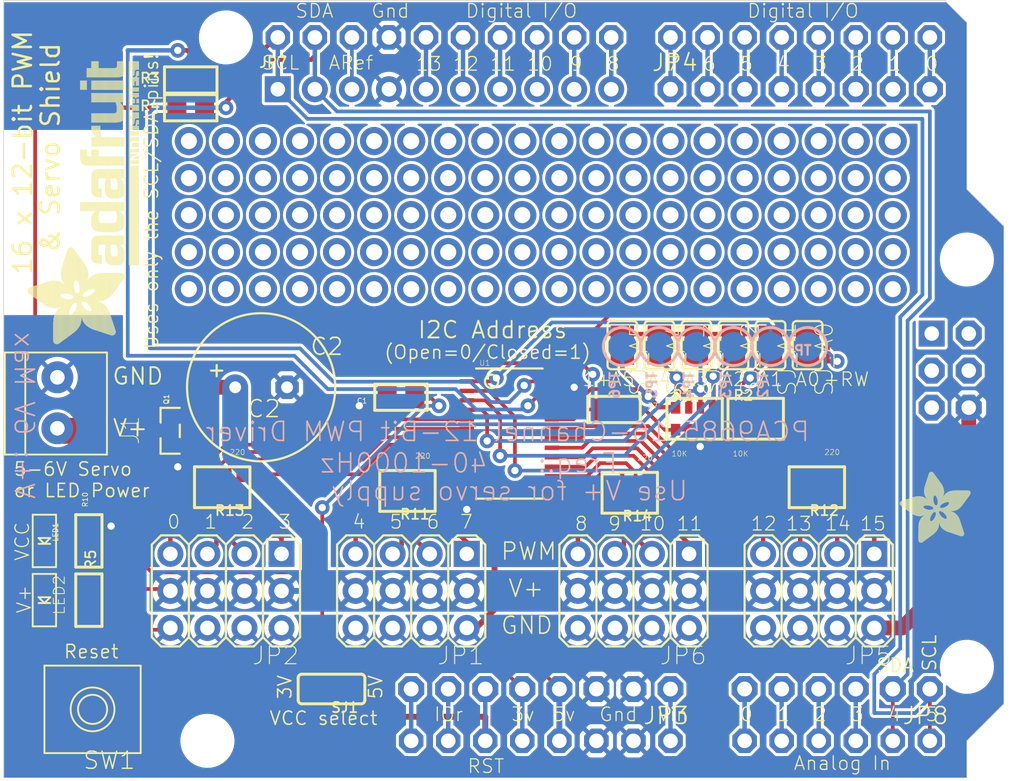
<source format=kicad_pcb>
(kicad_pcb (version 20221018) (generator pcbnew)
  (layers (0 "F.Cu" signal) (31 "B.Cu" signal) (34 "B.Paste" user) (35 "F.Paste" user) (36 "B.SilkS" user "B.Silkscreen") (37 "F.SilkS" user "F.Silkscreen") (38 "B.Mask" user) (39 "F.Mask" user) (44 "Edge.Cuts" user))
  (net 0 "")
  (net 1 "PWM0")
  (net 2 "PWM1")
  (net 3 "PWM2")
  (net 4 "PWM3")
  (net 5 "PWM4")
  (net 6 "PWM5")
  (net 7 "PWM6")
  (net 8 "PWM7")
  (net 9 "PWM8")
  (net 10 "PWM9")
  (net 11 "PWM10")
  (net 12 "PWM11")
  (net 13 "PWM12")
  (net 14 "PWM13")
  (net 15 "PWM14")
  (net 16 "PWM15")
  (net 17 "5.0V")
  (net 18 "GND")
  (net 19 "A0")
  (net 20 "A1")
  (net 21 "A2")
  (net 22 "A3")
  (net 23 "A4")
  (net 24 "A5")
  (net 25 "VCC")
  (net 26 "OE")
  (net 27 "SCL")
  (net 28 "SDA")
  (net 29 "PWRIN")
  (net 30 "N$1")
  (net 31 "N$2")
  (net 32 "N$3")
  (net 33 "N$4")
  (net 34 "N$5")
  (net 35 "N$6")
  (net 36 "N$7")
  (net 37 "N$8")
  (net 38 "N$9")
  (net 39 "N$10")
  (net 40 "N$11")
  (net 41 "N$12")
  (net 42 "N$13")
  (net 43 "N$14")
  (net 44 "N$15")
  (net 45 "N$16")
  (net 46 "N$17")
  (net 47 "N$18")
  (net 48 "N$22")
  (net 49 "N$24")
  (net 50 "N$25")
  (net 51 "N$26")
  (net 52 "N$27")
  (net 53 "N$28")
  (net 54 "N$29")
  (net 55 "N$30")
  (net 56 "N$31")
  (net 57 "N$32")
  (net 58 "N$33")
  (net 59 "N$36")
  (net 60 "N$38")
  (net 61 "N$39")
  (net 62 "N$40")
  (net 63 "N$41")
  (net 64 "N$42")
  (net 65 "N$43")
  (net 66 "N$46")
  (net 67 "N$47")
  (net 68 "N$48")
  (net 69 "N$49")
  (net 70 "N$19")
  (net 71 "N$44")
  (net 72 "N$34")
  (net 73 "N$35")
  (net 74 "N$20")
  (net 75 "N$37")
  (net 76 "N$45")
  (net 77 "N$50")
  (net 78 "N$51")
  (net 79 "N$52")
  (net 80 "N$53")
  (net 81 "N$54")
  (net 82 "N$55")
  (net 83 "N$56")
  (net 84 "N$57")
  (net 85 "N$58")
  (net 86 "N$59")
  (net 87 "N$60")
  (net 88 "N$61")
  (net 89 "N$62")
  (net 90 "N$63")
  (net 91 "N$64")
  (net 92 "N$65")
  (net 93 "N$66")
  (net 94 "N$67")
  (net 95 "N$68")
  (net 96 "N$69")
  (net 97 "N$70")
  (net 98 "N$71")
  (net 99 "N$72")
  (net 100 "N$73")
  (net 101 "N$74")
  (net 102 "N$75")
  (net 103 "N$76")
  (net 104 "N$77")
  (net 105 "N$78")
  (net 106 "N$79")
  (net 107 "N$80")
  (net 108 "N$81")
  (net 109 "N$82")
  (net 110 "N$83")
  (net 111 "N$84")
  (net 112 "N$85")
  (net 113 "N$86")
  (net 114 "N$87")
  (net 115 "N$88")
  (net 116 "N$89")
  (net 117 "N$90")
  (net 118 "N$91")
  (net 119 "N$92")
  (net 120 "N$93")
  (net 121 "N$94")
  (net 122 "N$95")
  (net 123 "N$96")
  (net 124 "N$97")
  (net 125 "N$98")
  (net 126 "N$99")
  (net 127 "N$100")
  (net 128 "N$101")
  (net 129 "N$102")
  (net 130 "N$103")
  (net 131 "N$104")
  (net 132 "N$105")
  (net 133 "N$106")
  (net 134 "N$107")
  (net 135 "N$108")
  (net 136 "N$109")
  (net 137 "N$110")
  (net 138 "N$111")
  (net 139 "N$112")
  (net 140 "N$113")
  (net 141 "N$114")
  (net 142 "N$115")
  (net 143 "N$116")
  (net 144 "N$117")
  (net 145 "N$118")
  (net 146 "N$119")
  (net 147 "N$120")
  (net 148 "N$121")
  (net 149 "N$122")
  (net 150 "N$123")
  (net 151 "N$124")
  (net 152 "N$125")
  (net 153 "N$126")
  (net 154 "N$127")
  (net 155 "N$128")
  (net 156 "N$129")
  (net 157 "N$130")
  (net 158 "N$131")
  (net 159 "N$132")
  (net 160 "N$133")
  (net 161 "N$134")
  (net 162 "N$135")
  (net 163 "N$136")
  (net 164 "N$137")
  (net 165 "N$138")
  (net 166 "N$164")
  (net 167 "N$165")
  (net 168 "N$166")
  (net 169 "N$167")
  (net 170 "N$168")
  (net 171 "N$139")
  (net 172 "N$23")
  (footprint "working:1X2-3.5MM" (layer "F.Cu") (at 117.8941 105.8926 -90)
    (fp_text reference "J1")
    (fp_text value "TERMBLOCK_1X2-3.5MM" hide)
  )
  (footprint "working:SOLDERJUMPER_REFLOW_NOPASTE" (layer "F.Cu") (at 159.1691 101.9876 -90)
    (fp_text reference "SJ_A4")
    (fp_text value "")
  )
  (footprint "working:SOLDERJUMPER_REFLOW_NOPASTE" (layer "F.Cu") (at 161.7091 101.9876 -90)
    (fp_text reference "SJ_A3")
    (fp_text value "")
  )
  (footprint "working:CHIPLED_0805" (layer "F.Cu") (at 117.0051 115.4176 180)
    (fp_text reference "LED1")
    (fp_text value "RED")
  )
  (footprint "working:1X06-CLEANBIG" (layer "F.Cu") (at 171.3611 125.5776 180)
    (fp_text reference "JP8")
    (fp_text value "")
  )
  (footprint "working:TSSOP28" (layer "F.Cu") (at 148.8821 108.0516 -90)
    (fp_text reference "U1")
    (fp_text value "PCA9685")
  )
  (footprint "working:0805" (layer "F.Cu") (at 156.0576 106.4006)
    (fp_text reference "R7")
    (fp_text value "10K")
  )
  (footprint "working:RESPACK_4X0603" (layer "F.Cu") (at 169.9641 111.7346 180)
    (fp_text reference "R12")
    (fp_text value "220")
  )
  (footprint "working:SOLDERJUMPER_REFLOW_NOPASTE" (layer "F.Cu") (at 156.6291 101.9876 -90)
    (fp_text reference "SJ_A5")
    (fp_text value "")
  )
  (footprint "working:1X08-CLEANBIG" (layer "F.Cu") (at 151.0411 125.5776 180)
    (fp_text reference "JP3")
    (fp_text value "")
  )
  (footprint "working:0805" (layer "F.Cu") (at 141.4526 105.5591 180)
    (fp_text reference "C1")
    (fp_text value "10uF")
  )
  (footprint "working:0805" (layer "F.Cu") (at 127.0381 83.7946 180)
    (fp_text reference "R3")
    (fp_text value "10K")
  )
  (footprint "working:RESPACK_4X0603" (layer "F.Cu") (at 157.1371 112.1156 180)
    (fp_text reference "R14")
    (fp_text value "220")
  )
  (footprint "working:SOLDERJUMPER_REFLOW_NOPASTE" (layer "F.Cu") (at 169.3291 101.9876 -90)
    (fp_text reference "SJ_A0")
    (fp_text value "")
  )
  (footprint "working:3X04" (layer "F.Cu") (at 170.0911 118.8466 180)
    (fp_text reference "JP5")
    (fp_text value "")
  )
  (footprint "working:SOLDERJUMPER_2WAY_OPEN_NOPASTE" (layer "F.Cu") (at 136.6901 125.5776 180)
    (fp_text reference "SJ1")
    (fp_text value "")
  )
  (footprint "working:FIDUCIAL_1MM" (layer "F.Cu") (at 179.7281 127.3876)
    (fp_text reference "FID1" hide)
    (fp_text value "FIDUCIAL\"\"" hide)
  )
  (footprint "working:3X04" (layer "F.Cu") (at 157.3911 118.8466 180)
    (fp_text reference "JP6")
    (fp_text value "")
  )
  (footprint "working:FIDUCIAL_1MM" (layer "F.Cu") (at 120.8141 79.7576)
    (fp_text reference "FID2" hide)
    (fp_text value "FIDUCIAL\"\"" hide)
  )
  (footprint "" (layer "F.Cu") (at 128.1811 129.1336)
    (fp_text reference "@HOLE3" hide)
    (fp_text value "")
  )
  (footprint "working:SOLDERJUMPER_REFLOW_NOPASTE" (layer "F.Cu") (at 166.7891 101.9876 -90)
    (fp_text reference "SJ_A1")
    (fp_text value "")
  )
  (footprint "" (layer "F.Cu") (at 129.4511 80.8736)
    (fp_text reference "@HOLE0" hide)
    (fp_text value "")
  )
  (footprint "working:3X04" (layer "F.Cu") (at 129.4511 118.8466 180)
    (fp_text reference "JP2")
    (fp_text value "")
  )
  (footprint "" (layer "F.Cu") (at 180.2511 96.1136)
    (fp_text reference "@HOLE1" hide)
    (fp_text value "")
  )
  (footprint "working:SOT23-WIDE" (layer "F.Cu") (at 125.6281 107.8626 90)
    (fp_text reference "Q1")
    (fp_text value "IRLML6401")
  )
  (footprint "working:0805" (layer "F.Cu") (at 120.0531 119.4816 90)
    (fp_text reference "R5")
    (fp_text value "470")
  )
  (footprint "working:0805" (layer "F.Cu") (at 127.0381 85.6996 180)
    (fp_text reference "R4")
    (fp_text value "10K")
  )
  (footprint "working:1X10_ROUND70" (layer "F.Cu") (at 144.4371 84.4296)
    (fp_text reference "JP7")
    (fp_text value "")
  )
  (footprint "working:ADAFRUIT_TEXT_20MM" (layer "F.Cu") (at 123.4821 102.0826 90)
    (fp_text reference "U$54" hide)
    (fp_text value "" hide)
  )
  (footprint "working:RESPACK_4X0603" (layer "F.Cu") (at 165.7731 107.0356)
    (fp_text reference "R2")
    (fp_text value "10K")
  )
  (footprint "working:EVQ-Q2" (layer "F.Cu") (at 120.3071 126.9746 180)
    (fp_text reference "SW1")
    (fp_text value "SPST_TACT-EVQQ2")
  )
  (footprint "working:SOLDERJUMPER_REFLOW_NOPASTE" (layer "F.Cu") (at 164.2491 101.9876 -90)
    (fp_text reference "SJ_A2")
    (fp_text value "")
  )
  (footprint "working:RESPACK_4X0603" (layer "F.Cu") (at 129.1971 111.7346 180)
    (fp_text reference "R13")
    (fp_text value "220")
  )
  (footprint "working:RESPACK_4X0603" (layer "F.Cu") (at 141.8971 111.9886 180)
    (fp_text reference "R11")
    (fp_text value "220")
  )
  (footprint "working:3X04" (layer "F.Cu") (at 142.1511 118.8466 180)
    (fp_text reference "JP1")
    (fp_text value "")
  )
  (footprint "working:ADAFRUIT_5MM" (layer "F.Cu") (at 180.5051 115.5446 90)
    (fp_text reference "U$51" hide)
    (fp_text value "" hide)
  )
  (footprint "working:E3,5-10" (layer "F.Cu") (at 131.8641 104.8766)
    (fp_text reference "C2")
    (fp_text value "1000uF+ 6.3V")
  )
  (footprint "working:0805" (layer "F.Cu") (at 120.0531 115.4176 90)
    (fp_text reference "R10")
    (fp_text value "470")
  )
  (footprint "working:RESPACK_4X0603" (layer "F.Cu") (at 161.5821 107.0356)
    (fp_text reference "R1")
    (fp_text value "10K")
  )
  (footprint "working:1X08-CLEANBIG" (layer "F.Cu") (at 168.8211 84.4296)
    (fp_text reference "JP4")
    (fp_text value "")
  )
  (footprint "working:FIDUCIAL_1MM" (layer "F.Cu") (at 128.1811 124.5616)
    (fp_text reference "FID3" hide)
    (fp_text value "FIDUCIAL\"\"" hide)
  )
  (footprint "working:ARDUINOR3_ICSP" (layer "F.Cu") (at 114.2111 131.6736)
    (fp_text reference "U$44" hide)
    (fp_text value "ARDUINO_R3_ICSP" hide)
    (fp_line (start 0 -53.34) (end 0 0) (stroke (width 0.05)) (layer "Edge.Cuts"))
    (fp_line (start 0 0) (end 66.04 0) (stroke (width 0.05)) (layer "Edge.Cuts"))
    (fp_line (start 64.516 -53.34) (end 0 -53.34) (stroke (width 0.05)) (layer "Edge.Cuts"))
    (fp_line (start 66.04 -51.816) (end 64.516 -53.34) (stroke (width 0.05)) (layer "Edge.Cuts"))
    (fp_line (start 66.04 -40.386) (end 66.04 -51.816) (stroke (width 0.05)) (layer "Edge.Cuts"))
    (fp_line (start 66.04 -2.54) (end 68.58 -5.08) (stroke (width 0.05)) (layer "Edge.Cuts"))
    (fp_line (start 66.04 0) (end 66.04 -2.54) (stroke (width 0.05)) (layer "Edge.Cuts"))
    (fp_line (start 68.58 -37.846) (end 66.04 -40.386) (stroke (width 0.05)) (layer "Edge.Cuts"))
    (fp_line (start 68.58 -5.08) (end 68.58 -37.846) (stroke (width 0.05)) (layer "Edge.Cuts"))
  )
  (footprint "" (layer "F.Cu") (at 180.2511 124.0536)
    (fp_text reference "@HOLE2" hide)
    (fp_text value "")
  )
  (footprint "working:CHIPLED_0805" (layer "F.Cu") (at 117.0051 119.4816 180)
    (fp_text reference "LED2")
    (fp_text value "GREEN")
  )
  (footprint "working:TESTPOINT_ROUND_2MM" (layer "B.Cu") (at 159.1691 102.0826 -90)
    (fp_text reference "TP5")
    (fp_text value "")
  )
  (footprint "working:TESTPOINT_ROUND_2MM" (layer "B.Cu") (at 164.2491 102.0826 -90)
    (fp_text reference "TP3")
    (fp_text value "")
  )
  (footprint "working:TESTPOINT_ROUND_2MM" (layer "B.Cu") (at 161.7091 102.0826 -90)
    (fp_text reference "TP4")
    (fp_text value "")
  )
  (footprint "working:TESTPOINT_ROUND_2MM" (layer "B.Cu") (at 166.7891 102.0826 -90)
    (fp_text reference "TP2")
    (fp_text value "")
  )
  (footprint "working:TESTPOINT_ROUND_2MM" (layer "B.Cu") (at 156.6291 102.0826 -90)
    (fp_text reference "TP6")
    (fp_text value "")
  )
  (footprint "working:TESTPOINT_ROUND_2MM" (layer "B.Cu") (at 169.3291 102.0826 180)
    (fp_text reference "TP1")
    (fp_text value "")
  )
  (gr_text "Freq.:" (at 156.3751 110.8456) (layer "B.SilkS") (effects (font (size 1.308608 1.308608) (thickness 0.113792)) (justify left bottom mirror)))
  (gr_text "40-1000Hz" (at 147.4851 110.8456) (layer "B.SilkS") (effects (font (size 1.308608 1.308608) (thickness 0.113792)) (justify left bottom mirror)))
  (gr_text "V+: 6V Max" (at 114.8461 112.6236 -90) (layer "B.SilkS") (effects (font (size 1.308608 1.308608) (thickness 0.113792)) (justify left bottom mirror)))
  (gr_text "PCA9685 16-Channel 12-Bit PWM Driver" (at 148.7551 107.9246) (layer "B.SilkS") (effects (font (size 1.308608 1.308608) (thickness 0.113792)) (justify mirror)))
  (gr_text "Use V+ for servo supply" (at 148.8821 111.9886) (layer "B.SilkS") (effects (font (size 1.308608 1.308608) (thickness 0.113792)) (justify mirror)))
  (gr_text "A0" (at 168.4401 104.8766) (layer "F.SilkS") (effects (font (size 0.93472 0.93472) (thickness 0.08128)) (justify left bottom)))
  (gr_text "Reset" (at 118.2751 123.5456) (layer "F.SilkS") (effects (font (size 0.9144 0.9144) (thickness 0.1016)) (justify left bottom)))
  (gr_text "A4" (at 158.2801 104.8766) (layer "F.SilkS") (effects (font (size 0.93472 0.93472) (thickness 0.08128)) (justify left bottom)))
  (gr_text "7" (at 145.4371 114.6556) (layer "F.SilkS") (effects (font (size 0.93472 0.93472) (thickness 0.08128)) (justify left bottom)))
  (gr_text "5V" (at 140.2461 126.3396 90) (layer "F.SilkS") (effects (font (size 0.9144 0.9144) (thickness 0.1016)) (justify left bottom)))
  (gr_text "13" (at 167.7891 114.7826) (layer "F.SilkS") (effects (font (size 0.93472 0.93472) (thickness 0.08128)) (justify left bottom)))
  (gr_text "VCC select" (at 132.3721 128.1176) (layer "F.SilkS") (effects (font (size 0.9144 0.9144) (thickness 0.1016)) (justify left bottom)))
  (gr_text "+RW" (at 170.3451 104.8766) (layer "F.SilkS") (effects (font (size 0.93472 0.93472) (thickness 0.08128)) (justify left bottom)))
  (gr_text "0" (at 125.3711 114.6556) (layer "F.SilkS") (effects (font (size 0.93472 0.93472) (thickness 0.08128)) (justify left bottom)))
  (gr_text "I2C Address" (at 142.5321 101.6066) (layer "F.SilkS") (effects (font (size 1.143 1.143) (thickness 0.127)) (justify left bottom)))
  (gr_text "A5" (at 155.7401 104.8766) (layer "F.SilkS") (effects (font (size 0.93472 0.93472) (thickness 0.08128)) (justify left bottom)))
  (gr_text "V+" (at 148.7391 119.3546) (layer "F.SilkS") (effects (font (size 1.1684 1.1684) (thickness 0.1016)) (justify left bottom)))
  (gr_text "C2" (at 130.8481 107.0356) (layer "F.SilkS") (effects (font (size 1.1684 1.1684) (thickness 0.1016)) (justify left bottom)))
  (gr_text "V+" (at 121.6171 108.3396) (layer "F.SilkS") (effects (font (size 1.143 1.143) (thickness 0.127)) (justify left bottom)))
  (gr_text "3" (at 132.9911 114.6556) (layer "F.SilkS") (effects (font (size 0.93472 0.93472) (thickness 0.08128)) (justify left bottom)))
  (gr_text "4" (at 138.0711 114.6556) (layer "F.SilkS") (effects (font (size 0.93472 0.93472) (thickness 0.08128)) (justify left bottom)))
  (gr_text "8" (at 153.3111 114.7826) (layer "F.SilkS") (effects (font (size 0.93472 0.93472) (thickness 0.08128)) (justify left bottom)))
  (gr_text "9" (at 155.5971 114.7826) (layer "F.SilkS") (effects (font (size 0.93472 0.93472) (thickness 0.08128)) (justify left bottom)))
  (gr_text "1+" (at 153.8351 104.8766) (layer "F.SilkS") (effects (font (size 0.93472 0.93472) (thickness 0.08128)) (justify left bottom)))
  (gr_text "V+" (at 115.0661 118.3786 90) (layer "F.SilkS") (effects (font (size 0.93472 0.93472) (thickness 0.08128)) (justify right top)))
  (gr_text "Uses only the SCL/SDA pins!" (at 124.8791 102.3366 90) (layer "F.SilkS") (effects (font (size 0.9144 0.9144) (thickness 0.1016)) (justify left bottom)))
  (gr_text "(Open=0/Closed=1)" (at 140.2461 103.0036) (layer "F.SilkS") (effects (font (size 0.9144 0.9144) (thickness 0.1016)) (justify left bottom)))
  (gr_text "10" (at 157.7561 114.7826) (layer "F.SilkS") (effects (font (size 0.93472 0.93472) (thickness 0.08128)) (justify left bottom)))
  (gr_text "14" (at 170.4561 114.7826) (layer "F.SilkS") (effects (font (size 0.93472 0.93472) (thickness 0.08128)) (justify left bottom)))
  (gr_text "SDA" (at 176.6951 123.4186) (layer "F.SilkS") (effects (font (size 0.9144 0.9144) (thickness 0.1016)) (justify right top)))
  (gr_text "11" (at 160.2961 114.7826) (layer "F.SilkS") (effects (font (size 0.93472 0.93472) (thickness 0.08128)) (justify left bottom)))
  (gr_text "5-6V Servo \nor LED Power" (at 114.8461 112.4966) (layer "F.SilkS") (effects (font (size 0.9144 0.9144) (thickness 0.1016)) (justify left bottom)))
  (gr_text "SCL" (at 178.2191 124.4346 90) (layer "F.SilkS") (effects (font (size 0.9144 0.9144) (thickness 0.1016)) (justify left bottom)))
  (gr_text "A2" (at 163.3601 104.8766) (layer "F.SilkS") (effects (font (size 0.93472 0.93472) (thickness 0.08128)) (justify left bottom)))
  (gr_text "GND" (at 121.5851 104.7836) (layer "F.SilkS") (effects (font (size 1.143 1.143) (thickness 0.127)) (justify left bottom)))
  (gr_text "6" (at 143.1511 114.6556) (layer "F.SilkS") (effects (font (size 0.93472 0.93472) (thickness 0.08128)) (justify left bottom)))
  (gr_text "A1" (at 165.9001 104.8766) (layer "F.SilkS") (effects (font (size 0.93472 0.93472) (thickness 0.08128)) (justify left bottom)))
  (gr_text "5" (at 140.6111 114.6556) (layer "F.SilkS") (effects (font (size 0.93472 0.93472) (thickness 0.08128)) (justify left bottom)))
  (gr_text "A3" (at 160.8201 104.8766) (layer "F.SilkS") (effects (font (size 0.93472 0.93472) (thickness 0.08128)) (justify left bottom)))
  (gr_text "16 x 12-bit PWM" (at 116.2431 97.2566 90) (layer "F.SilkS") (effects (font (size 1.251712 1.251712) (thickness 0.170688)) (justify left bottom)))
  (gr_text "1" (at 127.9111 114.6556) (layer "F.SilkS") (effects (font (size 0.93472 0.93472) (thickness 0.08128)) (justify left bottom)))
  (gr_text "GND" (at 148.2311 121.8946) (layer "F.SilkS") (effects (font (size 1.1684 1.1684) (thickness 0.1016)) (justify left bottom)))
  (gr_text "3V" (at 134.0231 126.3396 90) (layer "F.SilkS") (effects (font (size 0.9144 0.9144) (thickness 0.1016)) (justify left bottom)))
  (gr_text "12" (at 165.3761 114.7826) (layer "F.SilkS") (effects (font (size 0.93472 0.93472) (thickness 0.08128)) (justify left bottom)))
  (gr_text "VCC" (at 114.9391 114.0606 90) (layer "F.SilkS") (effects (font (size 0.93472 0.93472) (thickness 0.08128)) (justify right top)))
  (gr_text "2" (at 130.4511 114.6556) (layer "F.SilkS") (effects (font (size 0.93472 0.93472) (thickness 0.08128)) (justify left bottom)))
  (gr_text "15" (at 172.8691 114.7826) (layer "F.SilkS") (effects (font (size 0.93472 0.93472) (thickness 0.08128)) (justify left bottom)))
  (gr_text "PWM" (at 148.2311 116.8146) (layer "F.SilkS") (effects (font (size 1.1684 1.1684) (thickness 0.1016)) (justify left bottom)))
  (gr_text "& Servo Shield" (at 118.1481 95.7326 90) (layer "F.SilkS") (effects (font (size 1.251712 1.251712) (thickness 0.170688)) (justify left bottom)))
  (segment (start 127.9271 110.3376) (end 127.9271 110.9546) (width 0.254) (layer "F.Cu") (net 1))
  (segment (start 138.3411 108.8136) (end 129.4511 108.8136) (width 0.254) (layer "F.Cu") (net 1))
  (segment (start 129.4511 108.8136) (end 127.9271 110.3376) (width 0.254) (layer "F.Cu") (net 1))
  (segment (start 145.9643 107.0766) (end 140.0781 107.0766) (width 0.254) (layer "F.Cu") (net 1))
  (segment (start 140.0781 107.0766) (end 138.3411 108.8136) (width 0.254) (layer "F.Cu") (net 1))
  (segment (start 127.9271 110.9546) (end 127.8971 110.9846) (width 0.254) (layer "F.Cu") (net 1))
  (segment (start 145.9643 107.7266) (end 140.1901 107.7266) (width 0.254) (layer "F.Cu") (net 2))
  (segment (start 128.9431 110.3376) (end 128.9431 110.8386) (width 0.254) (layer "F.Cu") (net 2))
  (segment (start 128.9431 110.8386) (end 128.7971 110.9846) (width 0.254) (layer "F.Cu") (net 2))
  (segment (start 129.9591 109.3216) (end 128.9431 110.3376) (width 0.254) (layer "F.Cu") (net 2))
  (segment (start 138.5951 109.3216) (end 129.9591 109.3216) (width 0.254) (layer "F.Cu") (net 2))
  (segment (start 140.1901 107.7266) (end 138.5951 109.3216) (width 0.254) (layer "F.Cu") (net 2))
  (segment (start 140.3731 108.3056) (end 138.8491 109.8296) (width 0.254) (layer "F.Cu") (net 3))
  (segment (start 145.0161 108.3766) (end 144.9451 108.3056) (width 0.254) (layer "F.Cu") (net 3))
  (segment (start 145.9643 108.3766) (end 145.0161 108.3766) (width 0.254) (layer "F.Cu") (net 3))
  (segment (start 138.8491 109.8296) (end 130.2131 109.8296) (width 0.254) (layer "F.Cu") (net 3))
  (segment (start 144.9451 108.3056) (end 140.3731 108.3056) (width 0.254) (layer "F.Cu") (net 3))
  (segment (start 130.2131 109.8296) (end 129.7051 110.3376) (width 0.254) (layer "F.Cu") (net 3))
  (segment (start 129.7051 110.8766) (end 129.5971 110.9846) (width 0.254) (layer "F.Cu") (net 3))
  (segment (start 129.7051 110.3376) (end 129.7051 110.8766) (width 0.254) (layer "F.Cu") (net 3))
  (segment (start 140.6271 108.8136) (end 138.5951 110.8456) (width 0.254) (layer "F.Cu") (net 4))
  (segment (start 138.5951 110.8456) (end 130.6361 110.8456) (width 0.254) (layer "F.Cu") (net 4))
  (segment (start 130.6361 110.8456) (end 130.4971 110.9846) (width 0.254) (layer "F.Cu") (net 4))
  (segment (start 144.6911 108.8136) (end 140.6271 108.8136) (width 0.254) (layer "F.Cu") (net 4))
  (segment (start 144.9041 109.0266) (end 144.6911 108.8136) (width 0.254) (layer "F.Cu") (net 4))
  (segment (start 145.9643 109.0266) (end 144.9041 109.0266) (width 0.254) (layer "F.Cu") (net 4))
  (segment (start 145.9643 109.6766) (end 144.7921 109.6766) (width 0.254) (layer "F.Cu") (net 5))
  (segment (start 140.6271 110.3376) (end 140.6271 111.2086) (width 0.254) (layer "F.Cu") (net 5))
  (segment (start 144.7921 109.6766) (end 144.4371 109.3216) (width 0.254) (layer "F.Cu") (net 5))
  (segment (start 140.6271 111.2086) (end 140.5971 111.2386) (width 0.254) (layer "F.Cu") (net 5))
  (segment (start 141.6431 109.3216) (end 140.6271 110.3376) (width 0.254) (layer "F.Cu") (net 5))
  (segment (start 144.4371 109.3216) (end 141.6431 109.3216) (width 0.254) (layer "F.Cu") (net 5))
  (segment (start 141.4971 111.2386) (end 141.4971 110.4836) (width 0.254) (layer "F.Cu") (net 6))
  (segment (start 142.1511 109.8296) (end 144.1831 109.8296) (width 0.254) (layer "F.Cu") (net 6))
  (segment (start 144.6911 110.3376) (end 145.9533 110.3376) (width 0.254) (layer "F.Cu") (net 6))
  (segment (start 145.9533 110.3376) (end 145.9643 110.3266) (width 0.254) (layer "F.Cu") (net 6))
  (segment (start 141.4971 110.4836) (end 142.1511 109.8296) (width 0.254) (layer "F.Cu") (net 6))
  (segment (start 144.1831 109.8296) (end 144.6911 110.3376) (width 0.254) (layer "F.Cu") (net 6))
  (segment (start 143.6751 110.3376) (end 144.3141 110.9766) (width 0.254) (layer "F.Cu") (net 7))
  (segment (start 142.2971 111.2386) (end 142.2971 110.6996) (width 0.254) (layer "F.Cu") (net 7))
  (segment (start 144.3141 110.9766) (end 145.9643 110.9766) (width 0.254) (layer "F.Cu") (net 7))
  (segment (start 142.2971 110.6996) (end 142.6591 110.3376) (width 0.254) (layer "F.Cu") (net 7))
  (segment (start 142.6591 110.3376) (end 143.6751 110.3376) (width 0.254) (layer "F.Cu") (net 7))
  (segment (start 143.1971 111.2386) (end 143.5851 111.6266) (width 0.254) (layer "F.Cu") (net 8))
  (segment (start 143.5851 111.6266) (end 145.9643 111.6266) (width 0.254) (layer "F.Cu") (net 8))
  (segment (start 151.7999 112.2766) (end 154.4361 112.2766) (width 0.254) (layer "F.Cu") (net 9))
  (segment (start 154.4361 112.2766) (end 155.3591 111.3536) (width 0.254) (layer "F.Cu") (net 9))
  (segment (start 155.3591 111.3536) (end 155.8251 111.3536) (width 0.254) (layer "F.Cu") (net 9))
  (segment (start 155.8251 111.3536) (end 155.8371 111.3656) (width 0.254) (layer "F.Cu") (net 9))
  (segment (start 156.6291 110.8456) (end 156.6291 111.2576) (width 0.254) (layer "F.Cu") (net 10))
  (segment (start 151.7999 111.6266) (end 154.3241 111.6266) (width 0.254) (layer "F.Cu") (net 10))
  (segment (start 156.6291 111.2576) (end 156.7371 111.3656) (width 0.254) (layer "F.Cu") (net 10))
  (segment (start 156.3751 110.5916) (end 156.6291 110.8456) (width 0.254) (layer "F.Cu") (net 10))
  (segment (start 154.3241 111.6266) (end 155.3591 110.5916) (width 0.254) (layer "F.Cu") (net 10))
  (segment (start 155.3591 110.5916) (end 156.3751 110.5916) (width 0.254) (layer "F.Cu") (net 10))
  (segment (start 151.7999 110.9766) (end 154.2121 110.9766) (width 0.254) (layer "F.Cu") (net 11))
  (segment (start 154.2121 110.9766) (end 155.1051 110.0836) (width 0.254) (layer "F.Cu") (net 11))
  (segment (start 155.1051 110.0836) (end 156.8831 110.0836) (width 0.254) (layer "F.Cu") (net 11))
  (segment (start 156.8831 110.0836) (end 157.5371 110.7376) (width 0.254) (layer "F.Cu") (net 11))
  (segment (start 157.5371 110.7376) (end 157.5371 111.3656) (width 0.254) (layer "F.Cu") (net 11))
  (segment (start 157.3911 109.5756) (end 158.4071 110.5916) (width 0.254) (layer "F.Cu") (net 12))
  (segment (start 151.7999 110.3266) (end 154.1001 110.3266) (width 0.254) (layer "F.Cu") (net 12))
  (segment (start 154.8511 109.5756) (end 157.3911 109.5756) (width 0.254) (layer "F.Cu") (net 12))
  (segment (start 158.4071 111.3356) (end 158.4371 111.3656) (width 0.254) (layer "F.Cu") (net 12))
  (segment (start 154.1001 110.3266) (end 154.8511 109.5756) (width 0.254) (layer "F.Cu") (net 12))
  (segment (start 158.4071 110.5916) (end 158.4071 111.3356) (width 0.254) (layer "F.Cu") (net 12))
  (segment (start 151.7999 109.6766) (end 153.9881 109.6766) (width 0.254) (layer "F.Cu") (net 13))
  (segment (start 159.9311 111.3536) (end 168.2951 111.3536) (width 0.254) (layer "F.Cu") (net 13))
  (segment (start 168.2951 111.3536) (end 168.6641 110.9846) (width 0.254) (layer "F.Cu") (net 13))
  (segment (start 154.5971 109.0676) (end 157.6451 109.0676) (width 0.254) (layer "F.Cu") (net 13))
  (segment (start 157.6451 109.0676) (end 159.9311 111.3536) (width 0.254) (layer "F.Cu") (net 13))
  (segment (start 153.9881 109.6766) (end 154.5971 109.0676) (width 0.254) (layer "F.Cu") (net 13))
  (segment (start 160.1851 110.8456) (end 167.2971 110.8456) (width 0.254) (layer "F.Cu") (net 14))
  (segment (start 154.3431 108.5596) (end 157.8991 108.5596) (width 0.254) (layer "F.Cu") (net 14))
  (segment (start 167.2971 110.8456) (end 168.0591 110.0836) (width 0.254) (layer "F.Cu") (net 14))
  (segment (start 151.7999 109.0266) (end 153.8761 109.0266) (width 0.254) (layer "F.Cu") (net 14))
  (segment (start 169.5831 110.3376) (end 169.5831 110.9656) (width 0.254) (layer "F.Cu") (net 14))
  (segment (start 168.0591 110.0836) (end 169.3291 110.0836) (width 0.254) (layer "F.Cu") (net 14))
  (segment (start 169.3291 110.0836) (end 169.5831 110.3376) (width 0.254) (layer "F.Cu") (net 14))
  (segment (start 153.8761 109.0266) (end 154.3431 108.5596) (width 0.254) (layer "F.Cu") (net 14))
  (segment (start 169.5831 110.9656) (end 169.5641 110.9846) (width 0.254) (layer "F.Cu") (net 14))
  (segment (start 157.8991 108.5596) (end 160.1851 110.8456) (width 0.254) (layer "F.Cu") (net 14))
  (segment (start 169.8371 109.5756) (end 170.3451 110.0836) (width 0.254) (layer "F.Cu") (net 15))
  (segment (start 160.4391 110.3376) (end 167.0431 110.3376) (width 0.254) (layer "F.Cu") (net 15))
  (segment (start 167.8051 109.5756) (end 169.8371 109.5756) (width 0.254) (layer "F.Cu") (net 15))
  (segment (start 170.3451 110.9656) (end 170.3641 110.9846) (width 0.254) (layer "F.Cu") (net 15))
  (segment (start 154.0891 108.0516) (end 158.1531 108.0516) (width 0.254) (layer "F.Cu") (net 15))
  (segment (start 167.0431 110.3376) (end 167.8051 109.5756) (width 0.254) (layer "F.Cu") (net 15))
  (segment (start 151.7999 108.3766) (end 153.7641 108.3766) (width 0.254) (layer "F.Cu") (net 15))
  (segment (start 153.7641 108.3766) (end 154.0891 108.0516) (width 0.254) (layer "F.Cu") (net 15))
  (segment (start 170.3451 110.0836) (end 170.3451 110.9656) (width 0.254) (layer "F.Cu") (net 15))
  (segment (start 158.1531 108.0516) (end 160.4391 110.3376) (width 0.254) (layer "F.Cu") (net 15))
  (segment (start 171.2641 109.7326) (end 171.2641 110.9846) (width 0.254) (layer "F.Cu") (net 16))
  (segment (start 170.5991 109.0676) (end 171.2641 109.7326) (width 0.254) (layer "F.Cu") (net 16))
  (segment (start 166.7891 109.8296) (end 167.5511 109.0676) (width 0.254) (layer "F.Cu") (net 16))
  (segment (start 160.6931 109.8296) (end 166.7891 109.8296) (width 0.254) (layer "F.Cu") (net 16))
  (segment (start 153.8351 107.5436) (end 158.4071 107.5436) (width 0.254) (layer "F.Cu") (net 16))
  (segment (start 167.5511 109.0676) (end 170.5991 109.0676) (width 0.254) (layer "F.Cu") (net 16))
  (segment (start 151.7999 107.7266) (end 153.6521 107.7266) (width 0.254) (layer "F.Cu") (net 16))
  (segment (start 153.6521 107.7266) (end 153.8351 107.5436) (width 0.254) (layer "F.Cu") (net 16))
  (segment (start 158.4071 107.5436) (end 160.6931 109.8296) (width 0.254) (layer "F.Cu") (net 16))
  (segment (start 121.0691 117.4496) (end 122.3391 118.7196) (width 0.254) (layer "F.Cu") (net 17))
  (segment (start 118.0211 117.4496) (end 121.0691 117.4496) (width 0.254) (layer "F.Cu") (net 17))
  (segment (start 126.6281 106.9126) (end 128.6641 104.8766) (width 1.016) (layer "F.Cu") (net 17))
  (segment (start 122.3391 118.7196) (end 125.5141 118.7196) (width 0.254) (layer "F.Cu") (net 17))
  (segment (start 128.6641 104.8766) (end 130.0861 104.8766) (width 1.016) (layer "F.Cu") (net 17))
  (segment (start 125.5141 118.7196) (end 125.6411 118.8466) (width 0.254) (layer "F.Cu") (net 17))
  (segment (start 117.0051 118.4316) (end 117.0391 118.4316) (width 0.254) (layer "F.Cu") (net 17))
  (segment (start 117.0391 118.4316) (end 118.0211 117.4496) (width 0.254) (layer "F.Cu") (net 17))
  (segment (start 135.5471 114.9096) (end 135.5471 118.8466) (width 1.778) (layer "B.Cu") (net 17))
  (segment (start 130.0861 109.4486) (end 135.5471 114.9096) (width 1.778) (layer "B.Cu") (net 17))
  (segment (start 135.5471 118.8466) (end 135.8011 118.8466) (width 1.778) (layer "B.Cu") (net 17))
  (segment (start 135.8011 118.8466) (end 133.2611 118.8466) (width 0.4064) (layer "B.Cu") (net 17))
  (segment (start 130.0861 104.8766) (end 130.0861 109.4486) (width 1.778) (layer "B.Cu") (net 17))
  (segment (start 162.8821 107.7856) (end 164.4731 107.7856) (width 0.254) (layer "F.Cu") (net 18))
  (segment (start 123.6091 121.5136) (end 125.5141 121.5136) (width 0.254) (layer "F.Cu") (net 18))
  (segment (start 126.6281 108.8126) (end 126.1491 109.2916) (width 1.016) (layer "F.Cu") (net 18))
  (segment (start 139.1031 105.5591) (end 138.5951 106.0671) (width 0.254) (layer "F.Cu") (net 18))
  (segment (start 161.9631 107.7856) (end 161.9631 108.9406) (width 0.254) (layer "F.Cu") (net 18))
  (segment (start 159.5501 107.7976) (end 160.2701 107.7976) (width 0.254) (layer "F.Cu") (net 18))
  (segment (start 157.0076 106.4006) (end 158.1531 106.4006) (width 0.254) (layer "F.Cu") (net 18))
  (segment (start 180.3781 116.8146) (end 175.8061 121.3866) (width 1.016) (layer "F.Cu") (net 18))
  (segment (start 138.5951 106.0671) (end 138.5951 106.1466) (width 0.254) (layer "F.Cu") (net 18))
  (segment (start 140.5026 105.5591) (end 139.1031 105.5591) (width 0.254) (layer "F.Cu") (net 18))
  (segment (start 160.2821 107.7856) (end 161.1821 107.7856) (width 0.254) (layer "F.Cu") (net 18))
  (segment (start 145.9643 112.2766) (end 145.9643 113.2554) (width 0.3048) (layer "F.Cu") (net 18))
  (segment (start 160.2701 107.7976) (end 160.2821 107.7856) (width 0.254) (layer "F.Cu") (net 18))
  (segment (start 145.9643 113.2554) (end 145.9611 113.2586) (width 0.3048) (layer "F.Cu") (net 18))
  (segment (start 152.4271 105.7766) (end 153.3271 104.8766) (width 0.254) (layer "F.Cu") (net 18))
  (segment (start 123.7071 124.9746) (end 116.9071 124.9746) (width 0.4064) (layer "F.Cu") (net 18))
  (segment (start 161.9631 107.7856) (end 161.9821 107.7856) (width 0.254) (layer "F.Cu") (net 18))
  (segment (start 123.6091 121.5136) (end 123.6091 124.8766) (width 0.4064) (layer "F.Cu") (net 18))
  (segment (start 146.5961 121.3866) (end 145.9611 121.3866) (width 0.4064) (layer "F.Cu") (net 18))
  (segment (start 161.1821 107.7856) (end 161.9631 107.7856) (width 0.254) (layer "F.Cu") (net 18))
  (segment (start 120.6271 118.5316) (end 123.6091 121.5136) (width 0.254) (layer "F.Cu") (net 18))
  (segment (start 123.6091 124.8766) (end 123.7071 124.9746) (width 0.4064) (layer "F.Cu") (net 18))
  (segment (start 121.5111 114.4676) (end 121.5771 114.4016) (width 0.254) (layer "F.Cu") (net 18))
  (segment (start 145.9643 113.2554) (end 147.8661 115.1572) (width 0.4064) (layer "F.Cu") (net 18))
  (segment (start 180.3781 106.2736) (end 180.3781 116.8146) (width 1.016) (layer "F.Cu") (net 18))
  (segment (start 120.0531 118.5316) (end 120.6271 118.5316) (width 0.254) (layer "F.Cu") (net 18))
  (segment (start 158.1531 106.4006) (end 159.5501 107.7976) (width 0.254) (layer "F.Cu") (net 18))
  (segment (start 175.8061 121.3866) (end 173.9011 121.3866) (width 1.016) (layer "F.Cu") (net 18))
  (segment (start 125.5141 121.5136) (end 125.6411 121.3866) (width 0.254) (layer "F.Cu") (net 18))
  (segment (start 147.8661 120.1166) (end 146.5961 121.3866) (width 0.4064) (layer "F.Cu") (net 18))
  (segment (start 120.0531 114.4676) (end 121.5111 114.4676) (width 0.254) (layer "F.Cu") (net 18))
  (segment (start 164.4731 107.7856) (end 165.3731 107.7856) (width 0.254) (layer "F.Cu") (net 18))
  (segment (start 147.8661 115.1572) (end 147.8661 120.1166) (width 0.4064) (layer "F.Cu") (net 18))
  (segment (start 161.9821 107.7856) (end 162.8821 107.7856) (width 0.254) (layer "F.Cu") (net 18))
  (segment (start 151.7999 105.7766) (end 152.4271 105.7766) (width 0.254) (layer "F.Cu") (net 18))
  (segment (start 126.1491 109.2916) (end 126.1491 110.3376) (width 1.016) (layer "F.Cu") (net 18))
  (via (at 121.5771 114.4016) (size 1.008) (drill 0.5) (layers "F.Cu" "B.Cu") (net 18))
  (via (at 153.3271 104.8766) (size 1.008) (drill 0.5) (layers "F.Cu" "B.Cu") (net 18))
  (via (at 126.1491 110.3376) (size 1.008) (drill 0.5) (layers "F.Cu" "B.Cu") (net 18))
  (via (at 138.5951 106.1466) (size 1.008) (drill 0.5) (layers "F.Cu" "B.Cu") (net 18))
  (via (at 145.9611 113.2586) (size 1.008) (drill 0.5) (layers "F.Cu" "B.Cu") (net 18))
  (via (at 161.9631 108.9406) (size 1.008) (drill 0.5) (layers "F.Cu" "B.Cu") (net 18))
  (segment (start 126.1491 110.3376) (end 125.3871 110.3376) (width 1.016) (layer "B.Cu") (net 18))
  (segment (start 121.5771 114.4016) (end 121.7041 114.2746) (width 0.254) (layer "B.Cu") (net 18))
  (segment (start 125.3871 110.3376) (end 125.1331 110.5916) (width 1.016) (layer "B.Cu") (net 18))
  (segment (start 162.0901 108.6866) (end 162.0901 109.1946) (width 0.254) (layer "B.Cu") (net 18))
  (segment (start 145.9611 113.2586) (end 145.9611 113.1316) (width 0.254) (layer "B.Cu") (net 18))
  (segment (start 171.3611 103.0986) (end 171.3611 103.1146) (width 0.254) (layer "F.Cu") (net 19))
  (segment (start 168.0911 103.9876) (end 168.9641 103.1146) (width 0.3048) (layer "F.Cu") (net 19))
  (segment (start 152.4381 103.2256) (end 155.7401 99.9236) (width 0.254) (layer "F.Cu") (net 19))
  (segment (start 165.3731 105.9116) (end 167.2971 103.9876) (width 0.3048) (layer "F.Cu") (net 19))
  (segment (start 170.5991 99.9236) (end 170.7261 100.0506) (width 0.254) (layer "F.Cu") (net 19))
  (segment (start 171.3611 103.1146) (end 170.7261 103.1146) (width 0.254) (layer "F.Cu") (net 19))
  (segment (start 168.9641 103.1146) (end 169.3291 102.7496) (width 0.3048) (layer "F.Cu") (net 19))
  (segment (start 165.3731 106.2856) (end 165.3731 105.9116) (width 0.3048) (layer "F.Cu") (net 19))
  (segment (start 145.9643 103.8266) (end 146.5653 103.2256) (width 0.254) (layer "F.Cu") (net 19))
  (segment (start 155.7401 99.9236) (end 170.5991 99.9236) (width 0.254) (layer "F.Cu") (net 19))
  (segment (start 167.2971 103.9876) (end 168.0911 103.9876) (width 0.3048) (layer "F.Cu") (net 19))
  (segment (start 146.5653 103.2256) (end 152.4381 103.2256) (width 0.254) (layer "F.Cu") (net 19))
  (segment (start 170.7261 103.1146) (end 168.9641 103.1146) (width 0.254) (layer "F.Cu") (net 19))
  (segment (start 170.7261 100.0506) (end 170.7261 103.1146) (width 0.254) (layer "F.Cu") (net 19))
  (via (at 171.3611 103.0986) (size 1.008) (drill 0.5) (layers "F.Cu" "B.Cu") (net 19))
  (segment (start 169.3291 102.0826) (end 170.3451 102.0826) (width 0.254) (layer "B.Cu") (net 19))
  (segment (start 170.3451 102.0826) (end 171.3611 103.0986) (width 0.254) (layer "B.Cu") (net 19))
  (segment (start 164.4731 106.2856) (end 164.4731 105.0336) (width 0.3048) (layer "F.Cu") (net 20))
  (segment (start 165.5351 104.0036) (end 166.7891 102.7496) (width 0.3048) (layer "F.Cu") (net 20))
  (segment (start 165.5351 104.0986) (end 165.3921 104.2416) (width 0.3048) (layer "F.Cu") (net 20))
  (segment (start 145.9643 104.4766) (end 147.7201 104.4766) (width 0.254) (layer "F.Cu") (net 20))
  (segment (start 165.5351 104.0036) (end 165.5351 104.0986) (width 0.3048) (layer "F.Cu") (net 20))
  (segment (start 165.2651 104.2416) (end 165.3921 104.2416) (width 0.3048) (layer "F.Cu") (net 20))
  (segment (start 147.7201 104.4766) (end 147.9551 104.2416) (width 0.254) (layer "F.Cu") (net 20))
  (segment (start 165.5031 104.0036) (end 165.5351 104.0036) (width 0.254) (layer "F.Cu") (net 20))
  (segment (start 164.4731 105.0336) (end 165.2651 104.2416) (width 0.3048) (layer "F.Cu") (net 20))
  (segment (start 147.9551 104.2416) (end 147.9931 104.2416) (width 0.254) (layer "F.Cu") (net 20))
  (via (at 147.9931 104.2416) (size 1.008) (drill 0.5) (layers "F.Cu" "B.Cu") (net 20))
  (via (at 165.3921 104.2416) (size 1.008) (drill 0.5) (layers "F.Cu" "B.Cu") (net 20))
  (segment (start 166.7891 102.8446) (end 165.3921 104.2416) (width 0.254) (layer "B.Cu") (net 20))
  (segment (start 147.9931 104.2416) (end 151.8031 100.4316) (width 0.254) (layer "B.Cu") (net 20))
  (segment (start 151.8031 100.4316) (end 166.5351 100.4316) (width 0.254) (layer "B.Cu") (net 20))
  (segment (start 166.7891 100.6856) (end 166.7891 102.0826) (width 0.254) (layer "B.Cu") (net 20))
  (segment (start 166.7891 102.0826) (end 166.7891 102.8446) (width 0.254) (layer "B.Cu") (net 20))
  (segment (start 166.5351 100.4316) (end 166.7891 100.6856) (width 0.254) (layer "B.Cu") (net 20))
  (segment (start 164.2171 102.7496) (end 162.8521 104.1146) (width 0.3048) (layer "F.Cu") (net 21))
  (segment (start 164.2491 102.7496) (end 164.2171 102.7496) (width 0.3048) (layer "F.Cu") (net 21))
  (segment (start 162.8821 106.2856) (end 162.8821 104.1166) (width 0.3048) (layer "F.Cu") (net 21))
  (segment (start 147.4811 105.1266) (end 149.2631 106.9086) (width 0.254) (layer "F.Cu") (net 21))
  (segment (start 162.8821 104.1166) (end 164.2491 102.7496) (width 0.3048) (layer "F.Cu") (net 21))
  (segment (start 149.2631 106.9086) (end 149.2631 110.5916) (width 0.254) (layer "F.Cu") (net 21))
  (segment (start 145.9643 105.1266) (end 147.4811 105.1266) (width 0.254) (layer "F.Cu") (net 21))
  (via (at 162.8521 104.1146) (size 1.008) (drill 0.5) (layers "F.Cu" "B.Cu") (net 21))
  (via (at 149.2631 110.5916) (size 1.008) (drill 0.5) (layers "F.Cu" "B.Cu") (net 21))
  (segment (start 162.8821 105.5116) (end 162.8821 104.1446) (width 0.254) (layer "B.Cu") (net 21))
  (segment (start 149.2631 110.5916) (end 157.8021 110.5916) (width 0.254) (layer "B.Cu") (net 21))
  (segment (start 157.8021 110.5916) (end 162.8821 105.5116) (width 0.254) (layer "B.Cu") (net 21))
  (segment (start 164.2491 102.7176) (end 162.8521 104.1146) (width 0.254) (layer "B.Cu") (net 21))
  (segment (start 164.2491 102.0826) (end 164.2491 102.7176) (width 0.254) (layer "B.Cu") (net 21))
  (segment (start 162.8821 104.1446) (end 162.8521 104.1146) (width 0.254) (layer "B.Cu") (net 21))
  (segment (start 145.9643 105.7766) (end 147.2421 105.7766) (width 0.254) (layer "F.Cu") (net 22))
  (segment (start 161.9821 103.0226) (end 161.9821 105.0036) (width 0.254) (layer "F.Cu") (net 22))
  (segment (start 147.2421 105.7766) (end 148.2471 106.7816) (width 0.254) (layer "F.Cu") (net 22))
  (segment (start 161.9821 106.2856) (end 161.9821 105.0036) (width 0.3048) (layer "F.Cu") (net 22))
  (segment (start 161.7091 102.7496) (end 161.9821 103.0226) (width 0.254) (layer "F.Cu") (net 22))
  (segment (start 148.2471 106.7816) (end 148.2471 109.5756) (width 0.254) (layer "F.Cu") (net 22))
  (via (at 148.2471 109.5756) (size 1.008) (drill 0.5) (layers "F.Cu" "B.Cu") (net 22))
  (via (at 161.9821 105.0036) (size 1.008) (drill 0.5) (layers "F.Cu" "B.Cu") (net 22))
  (segment (start 156.9021 109.4296) (end 161.2011 105.1306) (width 0.254) (layer "B.Cu") (net 22))
  (segment (start 161.2011 105.1306) (end 161.8551 105.1306) (width 0.254) (layer "B.Cu") (net 22))
  (segment (start 161.9821 102.3556) (end 161.9821 105.0036) (width 0.254) (layer "B.Cu") (net 22))
  (segment (start 161.7091 102.0826) (end 161.9821 102.3556) (width 0.254) (layer "B.Cu") (net 22))
  (segment (start 156.9021 109.5756) (end 156.9021 109.4296) (width 0.254) (layer "B.Cu") (net 22))
  (segment (start 161.8551 105.1306) (end 161.9821 105.0036) (width 0.254) (layer "B.Cu") (net 22))
  (segment (start 148.2471 109.5756) (end 156.9021 109.5756) (width 0.254) (layer "B.Cu") (net 22))
  (segment (start 160.3596 104.1941) (end 160.3596 104.9241) (width 0.3048) (layer "F.Cu") (net 23))
  (segment (start 160.3596 104.9241) (end 161.2011 105.7656) (width 0.3048) (layer "F.Cu") (net 23))
  (segment (start 161.2011 105.7656) (end 161.2011 106.2666) (width 0.3048) (layer "F.Cu") (net 23))
  (segment (start 160.3596 104.1941) (end 159.1691 103.0036) (width 0.254) (layer "F.Cu") (net 23))
  (segment (start 145.9643 106.4266) (end 147.0031 106.4266) (width 0.254) (layer "F.Cu") (net 23))
  (segment (start 161.1821 106.2856) (end 161.1821 105.9056) (width 0.3048) (layer "F.Cu") (net 23))
  (segment (start 147.0031 106.4266) (end 147.3581 106.7816) (width 0.254) (layer "F.Cu") (net 23))
  (segment (start 147.3581 106.7816) (end 147.3581 108.5596) (width 0.254) (layer "F.Cu") (net 23))
  (segment (start 159.1691 103.0036) (end 159.1691 102.7496) (width 0.254) (layer "F.Cu") (net 23))
  (segment (start 161.2011 106.2666) (end 161.1821 106.2856) (width 0.3048) (layer "F.Cu") (net 23))
  (via (at 147.3581 108.5596) (size 1.008) (drill 0.5) (layers "F.Cu" "B.Cu") (net 23))
  (via (at 160.3596 104.1941) (size 1.008) (drill 0.5) (layers "F.Cu" "B.Cu") (net 23))
  (segment (start 147.3581 108.5596) (end 156.7561 108.5596) (width 0.254) (layer "B.Cu") (net 23))
  (segment (start 159.1691 103.0036) (end 160.3596 104.1941) (width 0.254) (layer "B.Cu") (net 23))
  (segment (start 159.1691 102.0826) (end 159.1691 103.0036) (width 0.254) (layer "B.Cu") (net 23))
  (segment (start 156.7561 108.5596) (end 160.7406 104.5751) (width 0.254) (layer "B.Cu") (net 23))
  (segment (start 160.7406 104.5751) (end 160.3596 104.1941) (width 0.254) (layer "B.Cu") (net 23))
  (segment (start 159.1391 106.2436) (end 160.2401 106.2436) (width 0.3048) (layer "F.Cu") (net 24))
  (segment (start 157.8991 105.0036) (end 156.6291 103.7336) (width 0.3048) (layer "F.Cu") (net 24))
  (segment (start 160.2401 106.2436) (end 160.2821 106.2856) (width 0.3048) (layer "F.Cu") (net 24))
  (segment (start 159.1391 106.2436) (end 158.4071 105.5116) (width 0.3048) (layer "F.Cu") (net 24))
  (segment (start 158.4071 105.5116) (end 157.8991 105.0036) (width 0.3048) (layer "F.Cu") (net 24))
  (segment (start 153.0471 106.4266) (end 154.4701 105.0036) (width 0.254) (layer "F.Cu") (net 24))
  (segment (start 151.7999 106.4266) (end 153.0471 106.4266) (width 0.254) (layer "F.Cu") (net 24))
  (segment (start 156.6291 103.7336) (end 156.6291 102.7496) (width 0.3048) (layer "F.Cu") (net 24))
  (segment (start 154.4701 105.0036) (end 157.8991 105.0036) (width 0.254) (layer "F.Cu") (net 24))
  (via (at 158.4071 105.5116) (size 1.008) (drill 0.5) (layers "F.Cu" "B.Cu") (net 24))
  (segment (start 158.6611 105.5116) (end 158.4071 105.5116) (width 0.254) (layer "B.Cu") (net 24))
  (segment (start 156.6291 102.0826) (end 156.6291 103.7336) (width 0.254) (layer "B.Cu") (net 24))
  (segment (start 156.6291 103.7336) (end 158.4071 105.5116) (width 0.254) (layer "B.Cu") (net 24))
  (segment (start 154.5971 103.9876) (end 153.7081 103.0986) (width 0.254) (layer "F.Cu") (net 25))
  (segment (start 123.6091 116.8146) (end 124.3711 117.5766) (width 0.254) (layer "F.Cu") (net 25))
  (segment (start 117.0051 114.1476) (end 117.0051 114.3676) (width 0.3048) (layer "F.Cu") (net 25))
  (segment (start 122.4661 112.7506) (end 123.6091 113.8936) (width 0.254) (layer "F.Cu") (net 25))
  (segment (start 155.6131 101.1936) (end 156.5971 101.1936) (width 0.3048) (layer "F.Cu") (net 25))
  (segment (start 136.6901 125.5776) (end 136.6901 124.5616) (width 0.254) (layer "F.Cu") (net 25))
  (segment (start 161.7091 101.2256) (end 164.2491 101.2256) (width 0.3048) (layer "F.Cu") (net 25))
  (segment (start 116.3701 85.8266) (end 116.4971 85.6996) (width 0.3048) (layer "F.Cu") (net 25))
  (segment (start 116.3701 85.8266) (end 116.3701 113.5126) (width 0.254) (layer "F.Cu") (net 25))
  (segment (start 116.3701 113.5126) (end 116.9711 114.1136) (width 0.254) (layer "F.Cu") (net 25))
  (segment (start 156.6291 101.2256) (end 159.1691 101.2256) (width 0.3048) (layer "F.Cu") (net 25))
  (segment (start 136.6901 124.5616) (end 136.0551 123.9266) (width 0.254) (layer "F.Cu") (net 25))
  (segment (start 153.7081 103.0986) (end 155.6131 101.1936) (width 0.3048) (layer "F.Cu") (net 25))
  (segment (start 116.9711 114.1136) (end 117.0051 114.1476) (width 0.3048) (layer "F.Cu") (net 25))
  (segment (start 152.9801 103.8266) (end 153.7081 103.0986) (width 0.3048) (layer "F.Cu") (net 25))
  (segment (start 118.6221 112.7506) (end 122.4661 112.7506) (width 0.254) (layer "F.Cu") (net 25))
  (segment (start 136.0551 117.5766) (end 136.0551 113.1316) (width 0.254) (layer "F.Cu") (net 25))
  (segment (start 159.1691 101.2256) (end 161.7091 101.2256) (width 0.3048) (layer "F.Cu") (net 25))
  (segment (start 151.7999 103.8266) (end 152.9801 103.8266) (width 0.3048) (layer "F.Cu") (net 25))
  (segment (start 117.0051 114.3676) (end 118.6221 112.7506) (width 0.254) (layer "F.Cu") (net 25))
  (segment (start 124.3711 117.5766) (end 136.0551 117.5766) (width 0.254) (layer "F.Cu") (net 25))
  (segment (start 126.0881 85.6996) (end 126.0881 83.7946) (width 0.3048) (layer "F.Cu") (net 25))
  (segment (start 123.6091 113.8936) (end 123.6091 116.8146) (width 0.254) (layer "F.Cu") (net 25))
  (segment (start 143.4686 105.5591) (end 142.4026 105.5591) (width 0.254) (layer "F.Cu") (net 25))
  (segment (start 166.7891 101.2256) (end 169.3291 101.2256) (width 0.3048) (layer "F.Cu") (net 25))
  (segment (start 116.4971 85.6996) (end 126.0881 85.6996) (width 0.3048) (layer "F.Cu") (net 25))
  (segment (start 136.0551 123.9266) (end 136.0551 117.5766) (width 0.254) (layer "F.Cu") (net 25))
  (segment (start 164.2491 101.2256) (end 166.7891 101.2256) (width 0.3048) (layer "F.Cu") (net 25))
  (segment (start 144.0561 106.1466) (end 143.4686 105.5591) (width 0.254) (layer "F.Cu") (net 25))
  (segment (start 156.5971 101.1936) (end 156.6291 101.2256) (width 0.3048) (layer "F.Cu") (net 25))
  (via (at 154.5971 103.9876) (size 1.008) (drill 0.5) (layers "F.Cu" "B.Cu") (net 25))
  (via (at 136.0551 113.1316) (size 1.008) (drill 0.5) (layers "F.Cu" "B.Cu") (net 25))
  (via (at 144.0561 106.1466) (size 1.008) (drill 0.5) (layers "F.Cu" "B.Cu") (net 25))
  (segment (start 141.8336 107.4166) (end 141.8336 107.3531) (width 0.254) (layer "B.Cu") (net 25))
  (segment (start 154.5971 107.4166) (end 154.5971 103.9876) (width 0.254) (layer "B.Cu") (net 25))
  (segment (start 136.0551 113.1316) (end 141.8336 107.3531) (width 0.254) (layer "B.Cu") (net 25))
  (segment (start 141.8336 107.3531) (end 143.0401 106.1466) (width 0.254) (layer "B.Cu") (net 25))
  (segment (start 143.0401 106.1466) (end 144.0561 106.1466) (width 0.254) (layer "B.Cu") (net 25))
  (segment (start 141.8336 107.4166) (end 154.5971 107.4166) (width 0.254) (layer "B.Cu") (net 25))
  (segment (start 153.9621 106.4006) (end 155.1076 106.4006) (width 0.254) (layer "F.Cu") (net 26))
  (segment (start 151.7999 107.0766) (end 153.2861 107.0766) (width 0.254) (layer "F.Cu") (net 26))
  (segment (start 153.2861 107.0766) (end 153.9621 106.4006) (width 0.254) (layer "F.Cu") (net 26))
  (segment (start 151.7999 105.1266) (end 151.1721 105.1266) (width 0.254) (layer "F.Cu") (net 27))
  (segment (start 126.7841 81.7626) (end 127.9881 82.9666) (width 0.3048) (layer "F.Cu") (net 27))
  (segment (start 129.9591 83.7946) (end 132.8801 80.8736) (width 0.3048) (layer "F.Cu") (net 27))
  (segment (start 129.9591 83.7946) (end 127.9881 83.7946) (width 0.3048) (layer "F.Cu") (net 27))
  (segment (start 126.1491 81.7626) (end 126.7841 81.7626) (width 0.3048) (layer "F.Cu") (net 27))
  (segment (start 132.8801 80.8736) (end 133.0071 80.8736) (width 0.3048) (layer "F.Cu") (net 27))
  (segment (start 127.9881 82.9666) (end 127.9881 83.7946) (width 0.3048) (layer "F.Cu") (net 27))
  (segment (start 151.1721 105.1266) (end 150.1521 106.1466) (width 0.254) (layer "F.Cu") (net 27))
  (segment (start 177.7111 129.1336) (end 177.7111 125.5776) (width 0.254) (layer "F.Cu") (net 27))
  (via (at 126.1491 81.7626) (size 1.008) (drill 0.5) (layers "F.Cu" "B.Cu") (net 27))
  (via (at 150.1521 106.1466) (size 1.008) (drill 0.5) (layers "F.Cu" "B.Cu") (net 27))
  (segment (start 175.6791 100.0506) (end 175.6791 122.7836) (width 0.254) (layer "B.Cu") (net 27))
  (segment (start 133.0071 80.8736) (end 133.0071 84.4296) (width 0.3048) (layer "B.Cu") (net 27))
  (segment (start 145.1991 105.0036) (end 136.4361 105.0036) (width 0.254) (layer "B.Cu") (net 27))
  (segment (start 173.9011 124.5616) (end 173.9011 127.2286) (width 0.254) (layer "B.Cu") (net 27))
  (segment (start 176.6951 127.2286) (end 177.7111 126.2126) (width 0.254) (layer "B.Cu") (net 27))
  (segment (start 177.2031 86.4616) (end 177.2031 98.5266) (width 0.254) (layer "B.Cu") (net 27))
  (segment (start 134.1501 102.7176) (end 122.7201 102.7176) (width 0.254) (layer "B.Cu") (net 27))
  (segment (start 173.9011 127.2286) (end 176.6951 127.2286) (width 0.254) (layer "B.Cu") (net 27))
  (segment (start 146.5961 106.4006) (end 145.1991 105.0036) (width 0.254) (layer "B.Cu") (net 27))
  (segment (start 177.7111 126.2126) (end 177.7111 125.5776) (width 0.254) (layer "B.Cu") (net 27))
  (segment (start 177.2031 98.5266) (end 175.6791 100.0506) (width 0.254) (layer "B.Cu") (net 27))
  (segment (start 122.7201 102.7176) (end 122.7201 81.7626) (width 0.254) (layer "B.Cu") (net 27))
  (segment (start 133.0071 84.4296) (end 135.0391 86.4616) (width 0.254) (layer "B.Cu") (net 27))
  (segment (start 135.0391 86.4616) (end 177.2031 86.4616) (width 0.254) (layer "B.Cu") (net 27))
  (segment (start 122.7201 81.7626) (end 126.1491 81.7626) (width 0.3048) (layer "B.Cu") (net 27))
  (segment (start 136.4361 105.0036) (end 134.1501 102.7176) (width 0.254) (layer "B.Cu") (net 27))
  (segment (start 149.8981 106.4006) (end 146.5961 106.4006) (width 0.254) (layer "B.Cu") (net 27))
  (segment (start 150.1521 106.1466) (end 149.8981 106.4006) (width 0.254) (layer "B.Cu") (net 27))
  (segment (start 175.6791 122.7836) (end 173.9011 124.5616) (width 0.254) (layer "B.Cu") (net 27))
  (segment (start 135.5471 82.1436) (end 135.5471 80.8736) (width 0.3048) (layer "F.Cu") (net 28))
  (segment (start 150.1711 104.4766) (end 149.8981 104.7496) (width 0.254) (layer "F.Cu") (net 28))
  (segment (start 132.3721 82.3976) (end 135.2931 82.3976) (width 0.3048) (layer "F.Cu") (net 28))
  (segment (start 129.0701 85.6996) (end 127.9881 85.6996) (width 0.3048) (layer "F.Cu") (net 28))
  (segment (start 175.1711 129.1336) (end 175.1711 125.5776) (width 0.254) (layer "F.Cu") (net 28))
  (segment (start 135.2931 82.3976) (end 135.5471 82.1436) (width 0.3048) (layer "F.Cu") (net 28))
  (segment (start 151.7999 104.4766) (end 150.1711 104.4766) (width 0.254) (layer "F.Cu") (net 28))
  (segment (start 132.3721 82.3976) (end 129.0701 85.6996) (width 0.3048) (layer "F.Cu") (net 28))
  (segment (start 129.4511 85.6996) (end 129.0701 85.6996) (width 0.3048) (layer "F.Cu") (net 28))
  (via (at 129.4511 85.6996) (size 1.008) (drill 0.5) (layers "F.Cu" "B.Cu") (net 28))
  (via (at 149.8981 104.7496) (size 1.008) (drill 0.5) (layers "F.Cu" "B.Cu") (net 28))
  (segment (start 146.2151 104.4956) (end 136.8171 104.4956) (width 0.254) (layer "B.Cu") (net 28))
  (segment (start 148.8821 105.8926) (end 147.6121 105.8926) (width 0.254) (layer "B.Cu") (net 28))
  (segment (start 124.2441 85.9536) (end 124.4981 85.6996) (width 0.3048) (layer "B.Cu") (net 28))
  (segment (start 134.5311 102.2096) (end 124.2441 102.2096) (width 0.254) (layer "B.Cu") (net 28))
  (segment (start 135.5471 84.4296) (end 137.0711 85.9536) (width 0.254) (layer "B.Cu") (net 28))
  (segment (start 149.8981 104.7496) (end 149.8981 104.8766) (width 0.254) (layer "B.Cu") (net 28))
  (segment (start 136.8171 104.4956) (end 134.5311 102.2096) (width 0.254) (layer "B.Cu") (net 28))
  (segment (start 177.7111 85.9536) (end 177.7111 98.7806) (width 0.254) (layer "B.Cu") (net 28))
  (segment (start 177.7111 98.7806) (end 176.1871 100.3046) (width 0.254) (layer "B.Cu") (net 28))
  (segment (start 147.6121 105.8926) (end 146.2151 104.4956) (width 0.254) (layer "B.Cu") (net 28))
  (segment (start 124.4981 85.6996) (end 129.4511 85.6996) (width 0.3048) (layer "B.Cu") (net 28))
  (segment (start 149.8981 104.8766) (end 148.8821 105.8926) (width 0.254) (layer "B.Cu") (net 28))
  (segment (start 135.5471 84.4296) (end 135.5471 80.8736) (width 0.3048) (layer "B.Cu") (net 28))
  (segment (start 176.1871 124.5616) (end 175.1711 125.5776) (width 0.254) (layer "B.Cu") (net 28))
  (segment (start 124.2441 102.2096) (end 124.2441 85.9536) (width 0.254) (layer "B.Cu") (net 28))
  (segment (start 137.0711 85.9536) (end 177.7111 85.9536) (width 0.254) (layer "B.Cu") (net 28))
  (segment (start 176.1871 100.3046) (end 176.1871 124.5616) (width 0.254) (layer "B.Cu") (net 28))
  (segment (start 117.8941 107.6926) (end 118.0641 107.8626) (width 1.016) (layer "F.Cu") (net 29))
  (segment (start 118.0641 107.8626) (end 124.6281 107.8626) (width 1.778) (layer "F.Cu") (net 29))
  (segment (start 117.0051 116.4676) (end 117.1051 116.3676) (width 0.3048) (layer "F.Cu") (net 30))
  (segment (start 117.1051 116.3676) (end 120.0531 116.3676) (width 0.3048) (layer "F.Cu") (net 30))
  (segment (start 142.2971 115.1826) (end 143.4211 116.3066) (width 0.3048) (layer "F.Cu") (net 31))
  (segment (start 142.2971 112.7386) (end 142.2971 115.1826) (width 0.3048) (layer "F.Cu") (net 31))
  (segment (start 145.9611 115.5026) (end 143.1971 112.7386) (width 0.3048) (layer "F.Cu") (net 32))
  (segment (start 145.9611 116.3066) (end 145.9611 115.5026) (width 0.3048) (layer "F.Cu") (net 32))
  (segment (start 141.4971 115.6906) (end 140.8811 116.3066) (width 0.3048) (layer "F.Cu") (net 33))
  (segment (start 141.4971 112.7386) (end 141.4971 115.6906) (width 0.3048) (layer "F.Cu") (net 33))
  (segment (start 138.3411 114.9946) (end 140.5971 112.7386) (width 0.3048) (layer "F.Cu") (net 34))
  (segment (start 138.3411 116.3066) (end 138.3411 114.9946) (width 0.3048) (layer "F.Cu") (net 34))
  (segment (start 133.2611 116.3066) (end 133.2611 115.2486) (width 0.3048) (layer "F.Cu") (net 35))
  (segment (start 133.2611 115.2486) (end 130.4971 112.4846) (width 0.3048) (layer "F.Cu") (net 35))
  (segment (start 129.5971 112.4846) (end 129.5971 115.1826) (width 0.3048) (layer "F.Cu") (net 36))
  (segment (start 129.5971 115.1826) (end 130.7211 116.3066) (width 0.3048) (layer "F.Cu") (net 36))
  (segment (start 128.7971 115.6906) (end 128.1811 116.3066) (width 0.3048) (layer "F.Cu") (net 37))
  (segment (start 128.7971 112.4846) (end 128.7971 115.6906) (width 0.3048) (layer "F.Cu") (net 37))
  (segment (start 125.6411 116.3066) (end 125.6411 114.7406) (width 0.3048) (layer "F.Cu") (net 38))
  (segment (start 125.6411 114.7406) (end 127.8971 112.4846) (width 0.3048) (layer "F.Cu") (net 38))
  (segment (start 153.5811 115.1216) (end 155.8371 112.8656) (width 0.3048) (layer "F.Cu") (net 39))
  (segment (start 153.5811 116.3066) (end 153.5811 115.1216) (width 0.3048) (layer "F.Cu") (net 39))
  (segment (start 156.7371 115.6906) (end 156.1211 116.3066) (width 0.3048) (layer "F.Cu") (net 40))
  (segment (start 156.7371 112.8656) (end 156.7371 115.6906) (width 0.3048) (layer "F.Cu") (net 40))
  (segment (start 157.5371 115.1826) (end 158.6611 116.3066) (width 0.3048) (layer "F.Cu") (net 41))
  (segment (start 157.5371 112.8656) (end 157.5371 115.1826) (width 0.3048) (layer "F.Cu") (net 41))
  (segment (start 161.2011 115.6296) (end 161.2011 116.3066) (width 0.3048) (layer "F.Cu") (net 42))
  (segment (start 158.4371 112.8656) (end 161.2011 115.6296) (width 0.3048) (layer "F.Cu") (net 42))
  (segment (start 166.2811 116.3066) (end 166.2811 114.8676) (width 0.3048) (layer "F.Cu") (net 43))
  (segment (start 166.2811 114.8676) (end 168.6641 112.4846) (width 0.3048) (layer "F.Cu") (net 43))
  (segment (start 169.5831 113.6396) (end 169.5831 112.5036) (width 0.3048) (layer "F.Cu") (net 44))
  (segment (start 168.8211 114.4016) (end 169.5831 113.6396) (width 0.3048) (layer "F.Cu") (net 44))
  (segment (start 168.8211 116.3066) (end 168.8211 114.4016) (width 0.3048) (layer "F.Cu") (net 44))
  (segment (start 169.5831 112.5036) (end 169.5641 112.4846) (width 0.3048) (layer "F.Cu") (net 44))
  (segment (start 171.3611 114.4016) (end 170.3451 113.3856) (width 0.3048) (layer "F.Cu") (net 45))
  (segment (start 170.3451 113.3856) (end 170.3451 112.5036) (width 0.3048) (layer "F.Cu") (net 45))
  (segment (start 171.3611 116.3066) (end 171.3611 114.4016) (width 0.3048) (layer "F.Cu") (net 45))
  (segment (start 170.3451 112.5036) (end 170.3641 112.4846) (width 0.3048) (layer "F.Cu") (net 45))
  (segment (start 173.9011 116.3066) (end 173.9011 115.1216) (width 0.3048) (layer "F.Cu") (net 46))
  (segment (start 173.9011 115.1216) (end 171.2641 112.4846) (width 0.3048) (layer "F.Cu") (net 46))
  (segment (start 159.9311 129.1336) (end 159.9311 125.5776) (width 0.3048) (layer "B.Cu") (net 47))
  (segment (start 139.1031 127.8636) (end 139.8651 127.1016) (width 0.254) (layer "F.Cu") (net 48))
  (segment (start 135.2931 126.3396) (end 136.8171 127.8636) (width 0.254) (layer "F.Cu") (net 48))
  (segment (start 141.1351 124.0536) (end 148.2471 124.0536) (width 0.254) (layer "F.Cu") (net 48))
  (segment (start 135.2931 125.5776) (end 135.2931 126.3396) (width 0.254) (layer "F.Cu") (net 48))
  (segment (start 148.2471 124.0536) (end 149.7711 125.5776) (width 0.254) (layer "F.Cu") (net 48))
  (segment (start 136.8171 127.8636) (end 139.1031 127.8636) (width 0.254) (layer "F.Cu") (net 48))
  (segment (start 139.8651 125.3236) (end 141.1351 124.0536) (width 0.254) (layer "F.Cu") (net 48))
  (segment (start 139.8651 127.1016) (end 139.8651 125.3236) (width 0.254) (layer "F.Cu") (net 48))
  (segment (start 149.7711 129.1336) (end 149.7711 125.5776) (width 0.3048) (layer "B.Cu") (net 48))
  (segment (start 144.6911 129.1336) (end 144.6911 125.5776) (width 0.3048) (layer "B.Cu") (net 49))
  (segment (start 142.1511 129.1336) (end 142.1511 125.5776) (width 0.3048) (layer "B.Cu") (net 50))
  (segment (start 159.9311 84.4296) (end 159.9311 80.8736) (width 0.3048) (layer "B.Cu") (net 51))
  (segment (start 162.4711 84.4296) (end 162.4711 80.8736) (width 0.3048) (layer "B.Cu") (net 52))
  (segment (start 165.0111 84.4296) (end 165.0111 80.8736) (width 0.3048) (layer "B.Cu") (net 53))
  (segment (start 167.5511 84.4296) (end 167.5511 80.8736) (width 0.3048) (layer "B.Cu") (net 54))
  (segment (start 170.0911 84.4296) (end 170.0911 80.8736) (width 0.3048) (layer "B.Cu") (net 55))
  (segment (start 172.6311 84.4296) (end 172.6311 80.8736) (width 0.3048) (layer "B.Cu") (net 56))
  (segment (start 175.1711 84.4296) (end 175.1711 80.8736) (width 0.3048) (layer "B.Cu") (net 57))
  (segment (start 177.7111 84.4296) (end 177.7111 80.8736) (width 0.3048) (layer "B.Cu") (net 58))
  (segment (start 138.0871 80.8736) (end 138.0871 84.4296) (width 0.254) (layer "B.Cu") (net 59))
  (segment (start 143.1671 84.4296) (end 143.1671 80.8736) (width 0.3048) (layer "B.Cu") (net 60))
  (segment (start 145.7071 84.4296) (end 145.7071 80.8736) (width 0.3048) (layer "B.Cu") (net 61))
  (segment (start 148.2471 84.4296) (end 148.2471 80.8736) (width 0.3048) (layer "B.Cu") (net 62))
  (segment (start 150.7871 84.4296) (end 150.7871 80.8736) (width 0.3048) (layer "B.Cu") (net 63))
  (segment (start 153.3271 84.4296) (end 153.3271 80.8736) (width 0.3048) (layer "B.Cu") (net 64))
  (segment (start 155.8671 84.4296) (end 155.8671 80.8736) (width 0.3048) (layer "B.Cu") (net 65))
  (segment (start 172.6311 129.1336) (end 172.6311 125.5776) (width 0.3048) (layer "B.Cu") (net 66))
  (segment (start 170.0911 129.1336) (end 170.0911 125.5776) (width 0.3048) (layer "B.Cu") (net 67))
  (segment (start 167.5511 129.1336) (end 167.5511 125.5776) (width 0.3048) (layer "B.Cu") (net 68))
  (segment (start 165.0111 129.1336) (end 165.0111 125.5776) (width 0.3048) (layer "B.Cu") (net 69))
  (segment (start 117.0051 120.5316) (end 117.1051 120.4316) (width 0.254) (layer "F.Cu") (net 70))
  (segment (start 117.1051 120.4316) (end 120.0531 120.4316) (width 0.254) (layer "F.Cu") (net 70))
  (via (at 129.4511 95.6056) (size 1.9304) (drill 1.1) (layers "F.Cu" "B.Cu") (net 71))
  (via (at 129.4511 98.1456) (size 1.9304) (drill 1.1) (layers "F.Cu" "B.Cu") (net 72))
  (via (at 131.9911 98.1456) (size 1.9304) (drill 1.1) (layers "F.Cu" "B.Cu") (net 73))
  (via (at 131.9911 95.6056) (size 1.9304) (drill 1.1) (layers "F.Cu" "B.Cu") (net 74))
  (via (at 131.9911 93.0656) (size 1.9304) (drill 1.1) (layers "F.Cu" "B.Cu") (net 75))
  (via (at 129.4511 93.0656) (size 1.9304) (drill 1.1) (layers "F.Cu" "B.Cu") (net 76))
  (via (at 129.4511 90.5256) (size 1.9304) (drill 1.1) (layers "F.Cu" "B.Cu") (net 77))
  (via (at 131.9911 90.5256) (size 1.9304) (drill 1.1) (layers "F.Cu" "B.Cu") (net 78))
  (via (at 131.9911 87.9856) (size 1.9304) (drill 1.1) (layers "F.Cu" "B.Cu") (net 79))
  (via (at 129.4511 87.9856) (size 1.9304) (drill 1.1) (layers "F.Cu" "B.Cu") (net 80))
  (via (at 134.5311 87.9856) (size 1.9304) (drill 1.1) (layers "F.Cu" "B.Cu") (net 81))
  (via (at 134.5311 90.5256) (size 1.9304) (drill 1.1) (layers "F.Cu" "B.Cu") (net 82))
  (via (at 134.5311 93.0656) (size 1.9304) (drill 1.1) (layers "F.Cu" "B.Cu") (net 83))
  (via (at 134.5311 95.6056) (size 1.9304) (drill 1.1) (layers "F.Cu" "B.Cu") (net 84))
  (via (at 134.5311 98.1456) (size 1.9304) (drill 1.1) (layers "F.Cu" "B.Cu") (net 85))
  (via (at 137.0711 98.1456) (size 1.9304) (drill 1.1) (layers "F.Cu" "B.Cu") (net 86))
  (via (at 137.0711 95.6056) (size 1.9304) (drill 1.1) (layers "F.Cu" "B.Cu") (net 87))
  (via (at 137.0711 93.0656) (size 1.9304) (drill 1.1) (layers "F.Cu" "B.Cu") (net 88))
  (via (at 137.0711 90.5256) (size 1.9304) (drill 1.1) (layers "F.Cu" "B.Cu") (net 89))
  (via (at 137.0711 87.9856) (size 1.9304) (drill 1.1) (layers "F.Cu" "B.Cu") (net 90))
  (via (at 139.6111 87.9856) (size 1.9304) (drill 1.1) (layers "F.Cu" "B.Cu") (net 91))
  (via (at 139.6111 90.5256) (size 1.9304) (drill 1.1) (layers "F.Cu" "B.Cu") (net 92))
  (via (at 139.6111 93.0656) (size 1.9304) (drill 1.1) (layers "F.Cu" "B.Cu") (net 93))
  (via (at 139.6111 95.6056) (size 1.9304) (drill 1.1) (layers "F.Cu" "B.Cu") (net 94))
  (via (at 139.6111 98.1456) (size 1.9304) (drill 1.1) (layers "F.Cu" "B.Cu") (net 95))
  (via (at 142.1511 98.1456) (size 1.9304) (drill 1.1) (layers "F.Cu" "B.Cu") (net 96))
  (via (at 142.1511 95.6056) (size 1.9304) (drill 1.1) (layers "F.Cu" "B.Cu") (net 97))
  (via (at 142.1511 93.0656) (size 1.9304) (drill 1.1) (layers "F.Cu" "B.Cu") (net 98))
  (via (at 142.1511 90.5256) (size 1.9304) (drill 1.1) (layers "F.Cu" "B.Cu") (net 99))
  (via (at 142.1511 87.9856) (size 1.9304) (drill 1.1) (layers "F.Cu" "B.Cu") (net 100))
  (via (at 144.6911 87.9856) (size 1.9304) (drill 1.1) (layers "F.Cu" "B.Cu") (net 101))
  (via (at 144.6911 90.5256) (size 1.9304) (drill 1.1) (layers "F.Cu" "B.Cu") (net 102))
  (via (at 144.6911 93.0656) (size 1.9304) (drill 1.1) (layers "F.Cu" "B.Cu") (net 103))
  (via (at 144.6911 95.6056) (size 1.9304) (drill 1.1) (layers "F.Cu" "B.Cu") (net 104))
  (via (at 144.6911 98.1456) (size 1.9304) (drill 1.1) (layers "F.Cu" "B.Cu") (net 105))
  (via (at 147.2311 98.1456) (size 1.9304) (drill 1.1) (layers "F.Cu" "B.Cu") (net 106))
  (via (at 147.2311 95.6056) (size 1.9304) (drill 1.1) (layers "F.Cu" "B.Cu") (net 107))
  (via (at 147.2311 93.0656) (size 1.9304) (drill 1.1) (layers "F.Cu" "B.Cu") (net 108))
  (via (at 147.2311 90.5256) (size 1.9304) (drill 1.1) (layers "F.Cu" "B.Cu") (net 109))
  (via (at 147.2311 87.9856) (size 1.9304) (drill 1.1) (layers "F.Cu" "B.Cu") (net 110))
  (via (at 149.7711 87.9856) (size 1.9304) (drill 1.1) (layers "F.Cu" "B.Cu") (net 111))
  (via (at 152.3111 87.9856) (size 1.9304) (drill 1.1) (layers "F.Cu" "B.Cu") (net 112))
  (via (at 154.8511 87.9856) (size 1.9304) (drill 1.1) (layers "F.Cu" "B.Cu") (net 113))
  (via (at 157.3911 87.9856) (size 1.9304) (drill 1.1) (layers "F.Cu" "B.Cu") (net 114))
  (via (at 159.9311 87.9856) (size 1.9304) (drill 1.1) (layers "F.Cu" "B.Cu") (net 115))
  (via (at 162.4711 87.9856) (size 1.9304) (drill 1.1) (layers "F.Cu" "B.Cu") (net 116))
  (via (at 165.0111 87.9856) (size 1.9304) (drill 1.1) (layers "F.Cu" "B.Cu") (net 117))
  (via (at 167.5511 90.5256) (size 1.9304) (drill 1.1) (layers "F.Cu" "B.Cu") (net 118))
  (via (at 170.0911 90.5256) (size 1.9304) (drill 1.1) (layers "F.Cu" "B.Cu") (net 119))
  (via (at 172.6311 90.5256) (size 1.9304) (drill 1.1) (layers "F.Cu" "B.Cu") (net 120))
  (via (at 175.1711 90.5256) (size 1.9304) (drill 1.1) (layers "F.Cu" "B.Cu") (net 121))
  (via (at 175.1711 98.1456) (size 1.9304) (drill 1.1) (layers "F.Cu" "B.Cu") (net 122))
  (via (at 175.1711 95.6056) (size 1.9304) (drill 1.1) (layers "F.Cu" "B.Cu") (net 123))
  (via (at 175.1711 93.0656) (size 1.9304) (drill 1.1) (layers "F.Cu" "B.Cu") (net 124))
  (via (at 172.6311 93.0656) (size 1.9304) (drill 1.1) (layers "F.Cu" "B.Cu") (net 125))
  (via (at 172.6311 95.6056) (size 1.9304) (drill 1.1) (layers "F.Cu" "B.Cu") (net 126))
  (via (at 172.6311 98.1456) (size 1.9304) (drill 1.1) (layers "F.Cu" "B.Cu") (net 127))
  (via (at 170.0911 98.1456) (size 1.9304) (drill 1.1) (layers "F.Cu" "B.Cu") (net 128))
  (via (at 170.0911 95.6056) (size 1.9304) (drill 1.1) (layers "F.Cu" "B.Cu") (net 129))
  (via (at 170.0911 93.0656) (size 1.9304) (drill 1.1) (layers "F.Cu" "B.Cu") (net 130))
  (via (at 167.5511 93.0656) (size 1.9304) (drill 1.1) (layers "F.Cu" "B.Cu") (net 131))
  (via (at 167.5511 95.6056) (size 1.9304) (drill 1.1) (layers "F.Cu" "B.Cu") (net 132))
  (via (at 167.5511 98.1456) (size 1.9304) (drill 1.1) (layers "F.Cu" "B.Cu") (net 133))
  (via (at 165.0111 98.1456) (size 1.9304) (drill 1.1) (layers "F.Cu" "B.Cu") (net 134))
  (via (at 165.0111 95.6056) (size 1.9304) (drill 1.1) (layers "F.Cu" "B.Cu") (net 135))
  (via (at 165.0111 93.0656) (size 1.9304) (drill 1.1) (layers "F.Cu" "B.Cu") (net 136))
  (via (at 165.0111 90.5256) (size 1.9304) (drill 1.1) (layers "F.Cu" "B.Cu") (net 137))
  (via (at 162.4711 90.5256) (size 1.9304) (drill 1.1) (layers "F.Cu" "B.Cu") (net 138))
  (via (at 162.4711 93.0656) (size 1.9304) (drill 1.1) (layers "F.Cu" "B.Cu") (net 139))
  (via (at 162.4711 95.6056) (size 1.9304) (drill 1.1) (layers "F.Cu" "B.Cu") (net 140))
  (via (at 162.4711 98.1456) (size 1.9304) (drill 1.1) (layers "F.Cu" "B.Cu") (net 141))
  (via (at 159.9311 98.1456) (size 1.9304) (drill 1.1) (layers "F.Cu" "B.Cu") (net 142))
  (via (at 159.9311 95.6056) (size 1.9304) (drill 1.1) (layers "F.Cu" "B.Cu") (net 143))
  (via (at 159.9311 93.0656) (size 1.9304) (drill 1.1) (layers "F.Cu" "B.Cu") (net 144))
  (via (at 159.9311 90.5256) (size 1.9304) (drill 1.1) (layers "F.Cu" "B.Cu") (net 145))
  (via (at 157.3911 90.5256) (size 1.9304) (drill 1.1) (layers "F.Cu" "B.Cu") (net 146))
  (via (at 157.3911 93.0656) (size 1.9304) (drill 1.1) (layers "F.Cu" "B.Cu") (net 147))
  (via (at 157.3911 95.6056) (size 1.9304) (drill 1.1) (layers "F.Cu" "B.Cu") (net 148))
  (via (at 157.3911 98.1456) (size 1.9304) (drill 1.1) (layers "F.Cu" "B.Cu") (net 149))
  (via (at 154.8511 98.1456) (size 1.9304) (drill 1.1) (layers "F.Cu" "B.Cu") (net 150))
  (via (at 154.8511 95.6056) (size 1.9304) (drill 1.1) (layers "F.Cu" "B.Cu") (net 151))
  (via (at 154.8511 93.0656) (size 1.9304) (drill 1.1) (layers "F.Cu" "B.Cu") (net 152))
  (via (at 154.8511 90.5256) (size 1.9304) (drill 1.1) (layers "F.Cu" "B.Cu") (net 153))
  (via (at 152.3111 90.5256) (size 1.9304) (drill 1.1) (layers "F.Cu" "B.Cu") (net 154))
  (via (at 152.3111 93.0656) (size 1.9304) (drill 1.1) (layers "F.Cu" "B.Cu") (net 155))
  (via (at 152.3111 95.6056) (size 1.9304) (drill 1.1) (layers "F.Cu" "B.Cu") (net 156))
  (via (at 152.3111 98.1456) (size 1.9304) (drill 1.1) (layers "F.Cu" "B.Cu") (net 157))
  (via (at 149.7711 98.1456) (size 1.9304) (drill 1.1) (layers "F.Cu" "B.Cu") (net 158))
  (via (at 149.7711 95.6056) (size 1.9304) (drill 1.1) (layers "F.Cu" "B.Cu") (net 159))
  (via (at 149.7711 93.0656) (size 1.9304) (drill 1.1) (layers "F.Cu" "B.Cu") (net 160))
  (via (at 149.7711 90.5256) (size 1.9304) (drill 1.1) (layers "F.Cu" "B.Cu") (net 161))
  (via (at 167.5511 87.9856) (size 1.9304) (drill 1.1) (layers "F.Cu" "B.Cu") (net 162))
  (via (at 170.0911 87.9856) (size 1.9304) (drill 1.1) (layers "F.Cu" "B.Cu") (net 163))
  (via (at 172.6311 87.9856) (size 1.9304) (drill 1.1) (layers "F.Cu" "B.Cu") (net 164))
  (via (at 175.1711 87.9856) (size 1.9304) (drill 1.1) (layers "F.Cu" "B.Cu") (net 165))
  (via (at 126.9111 98.1456) (size 1.9304) (drill 1.1) (layers "F.Cu" "B.Cu") (net 166))
  (via (at 126.9111 95.6056) (size 1.9304) (drill 1.1) (layers "F.Cu" "B.Cu") (net 167))
  (via (at 126.9111 93.0656) (size 1.9304) (drill 1.1) (layers "F.Cu" "B.Cu") (net 168))
  (via (at 126.9111 90.5256) (size 1.9304) (drill 1.1) (layers "F.Cu" "B.Cu") (net 169))
  (via (at 126.9111 87.9856) (size 1.9304) (drill 1.1) (layers "F.Cu" "B.Cu") (net 170))
  (segment (start 130.0861 126.4666) (end 132.3721 128.7526) (width 0.4064) (layer "F.Cu") (net 171))
  (segment (start 116.9071 128.9746) (end 123.7071 128.9746) (width 0.4064) (layer "F.Cu") (net 171))
  (segment (start 140.1191 128.7526) (end 141.3891 127.4826) (width 0.4064) (layer "F.Cu") (net 171))
  (segment (start 141.3891 127.4826) (end 147.2311 127.4826) (width 0.4064) (layer "F.Cu") (net 171))
  (segment (start 132.3721 128.7526) (end 140.1191 128.7526) (width 0.4064) (layer "F.Cu") (net 171))
  (segment (start 123.7071 128.9746) (end 126.2151 126.4666) (width 0.4064) (layer "F.Cu") (net 171))
  (segment (start 126.2151 126.4666) (end 130.0861 126.4666) (width 0.4064) (layer "F.Cu") (net 171))
  (segment (start 147.2311 127.4826) (end 147.2311 129.1336) (width 0.4064) (layer "F.Cu") (net 171))
  (segment (start 147.2311 129.1336) (end 147.2311 125.5776) (width 0.3048) (layer "B.Cu") (net 171))
  (segment (start 140.3731 123.5456) (end 150.2791 123.5456) (width 0.254) (layer "F.Cu") (net 172))
  (segment (start 138.0871 125.5776) (end 136.6901 125.5776) (width 0.254) (layer "F.Cu") (net 172))
  (segment (start 138.3411 125.5776) (end 140.3731 123.5456) (width 0.254) (layer "F.Cu") (net 172))
  (segment (start 138.0871 125.5776) (end 138.3411 125.5776) (width 0.254) (layer "F.Cu") (net 172))
  (segment (start 150.2791 123.5456) (end 152.3111 125.5776) (width 0.254) (layer "F.Cu") (net 172))
  (segment (start 152.3111 129.1336) (end 152.3111 125.5776) (width 0.4064) (layer "B.Cu") (net 172))
  (zone (net 17) (net_name "5.0V") (layer "B.Cu") (priority 6) (connect_pads (clearance 0.000001)) (min_thickness 0.1524) (fill yes (thermal_gap 0.3548) (thermal_bridge_width 0.3548) (island_removal_mode 1) (island_area_min 10))
    (polygon (pts (xy 175.3235 120.269) (xy 124.2187 120.269) (xy 124.2187 117.4242) (xy 175.3235 117.4242)))
  )
  (zone (net 18) (net_name "GND") (layer "B.Cu") (priority 3) (connect_pads (clearance 0.000001)) (min_thickness 0.127) (fill yes (thermal_gap 0.304) (thermal_bridge_width 0.304))
    (polygon (pts (xy 184.1881 131.8006) (xy 114.0841 131.8006) (xy 114.0841 78.4606) (xy 184.1881 78.4606)))
  )
)
</source>
